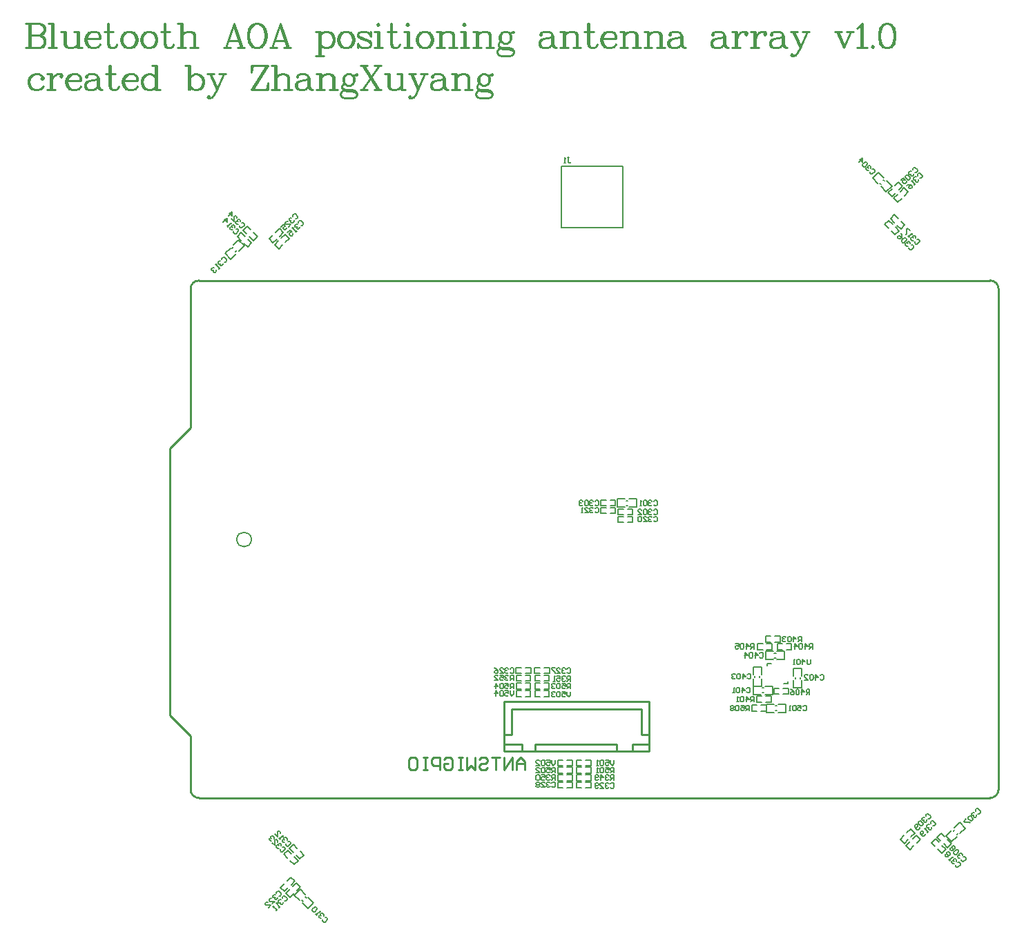
<source format=gbr>
G04*
G04 #@! TF.GenerationSoftware,Altium Limited,Altium Designer,25.0.2 (28)*
G04*
G04 Layer_Color=32896*
%FSLAX24Y24*%
%MOIN*%
G70*
G04*
G04 #@! TF.SameCoordinates,4B7BC283-7035-4C9F-97D5-5998C8FB6373*
G04*
G04*
G04 #@! TF.FilePolarity,Positive*
G04*
G01*
G75*
%ADD10C,0.0059*%
%ADD12C,0.0060*%
%ADD13C,0.0050*%
%ADD79C,0.0100*%
%ADD95C,0.0079*%
D10*
X22790Y39354D02*
G03*
X22790Y39354I-354J0D01*
G01*
X37768Y57377D02*
X40720D01*
Y54424D02*
Y57377D01*
X37768Y54424D02*
X40720D01*
X37768D02*
Y57377D01*
X48493Y32385D02*
X48690D01*
Y32481D01*
X47690Y33251D02*
Y33347D01*
X47886D01*
D12*
X36262Y31765D02*
Y32060D01*
X35573Y31765D02*
Y32060D01*
Y31765D02*
X35819D01*
X36016D02*
X36262D01*
X35573Y32060D02*
X35819D01*
X36016D02*
X36262D01*
X36478Y31765D02*
Y32060D01*
X37167Y31765D02*
Y32060D01*
X36921D02*
X37167D01*
X36478D02*
X36724D01*
X36921Y31765D02*
X37167D01*
X36478D02*
X36724D01*
X38270Y28410D02*
Y28706D01*
X37581Y28410D02*
Y28706D01*
Y28410D02*
X37827D01*
X38024D02*
X38270D01*
X37581Y28706D02*
X37827D01*
X38024D02*
X38270D01*
X38486Y28410D02*
Y28706D01*
X39175Y28410D02*
Y28706D01*
X38929D02*
X39175D01*
X38486D02*
X38732D01*
X38929Y28410D02*
X39175D01*
X38486D02*
X38732D01*
X24141Y54379D02*
X24336Y54184D01*
X23640Y53877D02*
X23835Y53683D01*
X24016Y53864D01*
X24155Y54003D02*
X24336Y54184D01*
X23640Y53877D02*
X23821Y54058D01*
X23960Y54198D02*
X24141Y54379D01*
X22380Y54302D02*
X22575Y54497D01*
X22881Y53801D02*
X23076Y53996D01*
X22895Y54176D02*
X23076Y53996D01*
X22575Y54497D02*
X22756Y54316D01*
X22701Y53982D02*
X22881Y53801D01*
X22380Y54302D02*
X22561Y54121D01*
X24349Y24144D02*
X24544Y24339D01*
X24850Y23643D02*
X25045Y23838D01*
X24864Y24019D02*
X25045Y23838D01*
X24544Y24339D02*
X24725Y24158D01*
X24669Y23824D02*
X24850Y23643D01*
X24349Y24144D02*
X24530Y23963D01*
X24191Y22539D02*
X24386Y22344D01*
X24693Y23040D02*
X24887Y22845D01*
X24512Y22859D02*
X24693Y23040D01*
X24191Y22539D02*
X24372Y22720D01*
X24706Y22664D02*
X24887Y22845D01*
X24386Y22344D02*
X24567Y22525D01*
X39658Y40625D02*
Y40901D01*
X40366Y40625D02*
Y40901D01*
X40110D02*
X40366D01*
X39658D02*
X39913D01*
X40110Y40625D02*
X40366D01*
X39658D02*
X39913D01*
X40484Y40192D02*
Y40468D01*
X41193Y40192D02*
Y40468D01*
X40937D02*
X41193D01*
X40484D02*
X40740D01*
X40937Y40192D02*
X41193D01*
X40484D02*
X40740D01*
X54391Y24567D02*
X54586Y24372D01*
X54892Y25068D02*
X55087Y24874D01*
X54711Y24887D02*
X54892Y25068D01*
X54391Y24567D02*
X54572Y24748D01*
X54906Y24693D02*
X55087Y24874D01*
X54586Y24372D02*
X54767Y24553D01*
X56110Y24194D02*
X56305Y24389D01*
X55609Y24696D02*
X55804Y24890D01*
X55609Y24696D02*
X55790Y24515D01*
X55929Y24375D02*
X56110Y24194D01*
X55804Y24890D02*
X55985Y24709D01*
X56124Y24570D02*
X56305Y24389D01*
X54141Y54352D02*
X54336Y54547D01*
X53640Y54853D02*
X53835Y55048D01*
X53640Y54853D02*
X53821Y54672D01*
X53960Y54533D02*
X54141Y54352D01*
X53835Y55048D02*
X54016Y54867D01*
X54155Y54728D02*
X54336Y54547D01*
X54299Y56347D02*
X54494Y56152D01*
X53798Y55846D02*
X53993Y55651D01*
X54173Y55832D01*
X54313Y55971D02*
X54494Y56152D01*
X53798Y55846D02*
X53979Y56027D01*
X54118Y56166D02*
X54299Y56347D01*
X47659Y30999D02*
Y31393D01*
X48585Y30999D02*
Y31393D01*
X48220D02*
X48585D01*
X47659D02*
X48024D01*
X48220Y30999D02*
X48585D01*
X47659D02*
X48024D01*
X38476Y27357D02*
X38732D01*
X38929D02*
X39185D01*
X38476Y27633D02*
X38732D01*
X38929D02*
X39185D01*
Y27357D02*
Y27633D01*
X38476Y27357D02*
Y27633D01*
X40455Y40920D02*
X40819D01*
X41016D02*
X41380D01*
X40455Y41314D02*
X40819D01*
X41016D02*
X41380D01*
Y40920D02*
Y41314D01*
X40455Y40920D02*
Y41314D01*
X40484Y40546D02*
X40740D01*
X40937D02*
X41193D01*
X40484Y40822D02*
X40740D01*
X40937D02*
X41193D01*
Y40546D02*
Y40822D01*
X40484Y40546D02*
Y40822D01*
X39658Y40979D02*
X39913D01*
X40110D02*
X40366D01*
X39658Y41255D02*
X39913D01*
X40110D02*
X40366D01*
Y40979D02*
Y41255D01*
X39658Y40979D02*
Y41255D01*
X53449Y56699D02*
X53706Y56441D01*
X53052Y57095D02*
X53310Y56838D01*
X53171Y56420D02*
X53428Y56163D01*
X52774Y56817D02*
X53031Y56559D01*
X52774Y56817D02*
X53052Y57095D01*
X53428Y56163D02*
X53706Y56441D01*
X53842Y56442D02*
X54023Y56623D01*
X53522Y56122D02*
X53703Y56303D01*
X54037Y56247D02*
X54218Y56428D01*
X53717Y55927D02*
X53898Y56108D01*
X53522Y56122D02*
X53717Y55927D01*
X54023Y56623D02*
X54218Y56428D01*
X53880Y54452D02*
X54061Y54271D01*
X53559Y54772D02*
X53740Y54591D01*
X53685Y54257D02*
X53866Y54076D01*
X53365Y54577D02*
X53546Y54396D01*
X53365Y54577D02*
X53559Y54772D01*
X53866Y54076D02*
X54061Y54271D01*
X54308Y24667D02*
X54489Y24848D01*
X54628Y24987D02*
X54809Y25168D01*
X54113Y24862D02*
X54294Y25043D01*
X54433Y25182D02*
X54614Y25363D01*
X54809Y25168D01*
X54113Y24862D02*
X54308Y24667D01*
X56317Y25024D02*
X56596Y24745D01*
X56971Y25678D02*
X57250Y25400D01*
X56714Y25420D02*
X56971Y25678D01*
X56317Y25024D02*
X56575Y25281D01*
X56992Y25142D02*
X57250Y25400D01*
X56596Y24745D02*
X56853Y25003D01*
X24624Y24414D02*
X24805Y24233D01*
X24945Y24094D02*
X25126Y23913D01*
X24819Y24609D02*
X25000Y24428D01*
X25139Y24289D02*
X25320Y24108D01*
X25126Y23913D02*
X25320Y24108D01*
X24624Y24414D02*
X24819Y24609D01*
X24662Y22068D02*
X24843Y22249D01*
X24982Y22389D02*
X25163Y22570D01*
X24467Y22263D02*
X24648Y22444D01*
X24787Y22583D02*
X24968Y22764D01*
X25163Y22570D01*
X24467Y22263D02*
X24662Y22068D01*
X24860Y22171D02*
X25139Y22450D01*
X25515Y21517D02*
X25793Y21795D01*
X25536Y22053D02*
X25793Y21795D01*
X25139Y22450D02*
X25396Y22192D01*
X25257Y21775D02*
X25515Y21517D01*
X24860Y22171D02*
X25118Y21914D01*
X24236Y53922D02*
X24417Y54103D01*
X23916Y53602D02*
X24097Y53783D01*
X24431Y53727D02*
X24612Y53908D01*
X24111Y53407D02*
X24292Y53588D01*
X23916Y53602D02*
X24111Y53407D01*
X24417Y54103D02*
X24612Y53908D01*
X22105Y53987D02*
X22286Y53806D01*
X22425Y53667D02*
X22606Y53486D01*
X22300Y54182D02*
X22481Y54001D01*
X22620Y53862D02*
X22801Y53681D01*
X22606Y53486D02*
X22801Y53681D01*
X22105Y53987D02*
X22300Y54182D01*
X22168Y53834D02*
X22447Y53556D01*
X21514Y53180D02*
X21792Y52902D01*
X22050Y53159D01*
X22189Y53298D02*
X22447Y53556D01*
X21514Y53180D02*
X21772Y53438D01*
X21911Y53577D02*
X22168Y53834D01*
X47591Y32259D02*
X47955D01*
X47030D02*
X47394D01*
X47591Y31865D02*
X47955D01*
X47030D02*
X47394D01*
X47030D02*
Y32259D01*
X47955Y31865D02*
Y32259D01*
X49362Y32190D02*
Y32554D01*
Y32751D02*
Y33115D01*
X48969Y32190D02*
Y32554D01*
Y32751D02*
Y33115D01*
X49362D01*
X48969Y32190D02*
X49362D01*
X47020Y32830D02*
Y33194D01*
Y32269D02*
Y32633D01*
X47413Y32830D02*
Y33194D01*
Y32269D02*
Y32633D01*
X47020Y32269D02*
X47413D01*
X47020Y33194D02*
X47413D01*
X47608Y33558D02*
X47972D01*
X48169D02*
X48533D01*
X47608Y33952D02*
X47972D01*
X48169D02*
X48533D01*
Y33558D02*
Y33952D01*
X47608Y33558D02*
Y33952D01*
X47620Y34395D02*
Y34690D01*
X48309Y34395D02*
Y34690D01*
X48063D02*
X48309D01*
X47620D02*
X47866D01*
X48063Y34395D02*
X48309D01*
X47620D02*
X47866D01*
X48860Y34040D02*
Y34336D01*
X48171Y34040D02*
Y34336D01*
Y34040D02*
X48417D01*
X48614D02*
X48860D01*
X48171Y34336D02*
X48417D01*
X48614D02*
X48860D01*
X47876Y31481D02*
Y31777D01*
X47187Y31481D02*
Y31777D01*
Y31481D02*
X47433D01*
X47630D02*
X47876D01*
X47187Y31777D02*
X47433D01*
X47630D02*
X47876D01*
X47226Y34040D02*
Y34336D01*
X47915Y34040D02*
Y34336D01*
X47669D02*
X47915D01*
X47226D02*
X47472D01*
X47669Y34040D02*
X47915D01*
X47226D02*
X47472D01*
X48703Y31875D02*
Y32170D01*
X48014Y31875D02*
Y32170D01*
Y31875D02*
X48260D01*
X48457D02*
X48703D01*
X48014Y32170D02*
X48260D01*
X48457D02*
X48703D01*
X39175Y28056D02*
Y28351D01*
X38486Y28056D02*
Y28351D01*
Y28056D02*
X38732D01*
X38929D02*
X39175D01*
X38486Y28351D02*
X38732D01*
X38929D02*
X39175D01*
X37581Y28056D02*
Y28351D01*
X38270Y28056D02*
Y28351D01*
X38024D02*
X38270D01*
X37581D02*
X37827D01*
X38024Y28056D02*
X38270D01*
X37581D02*
X37827D01*
X37167Y32119D02*
Y32414D01*
X36478Y32119D02*
Y32414D01*
Y32119D02*
X36724D01*
X36921D02*
X37167D01*
X36478Y32414D02*
X36724D01*
X36921D02*
X37167D01*
X35573Y32119D02*
Y32414D01*
X36262Y32119D02*
Y32414D01*
X36016D02*
X36262D01*
X35573D02*
X35819D01*
X36016Y32119D02*
X36262D01*
X35573D02*
X35819D01*
X56399Y24846D02*
X56580Y24665D01*
X56079Y25166D02*
X56260Y24985D01*
X56204Y24651D02*
X56385Y24470D01*
X55884Y24971D02*
X56065Y24790D01*
X55884Y24971D02*
X56079Y25166D01*
X56385Y24470D02*
X56580Y24665D01*
X36016Y33153D02*
X36272D01*
X35563D02*
X35819D01*
X36016Y32877D02*
X36272D01*
X35563D02*
X35819D01*
X35563D02*
Y33153D01*
X36272Y32877D02*
Y33153D01*
X36469Y32877D02*
X36724D01*
X36921D02*
X37177D01*
X36469Y33153D02*
X36724D01*
X36921D02*
X37177D01*
Y32877D02*
Y33153D01*
X36469Y32877D02*
Y33153D01*
X38024Y27633D02*
X38280D01*
X37571D02*
X37827D01*
X38024Y27357D02*
X38280D01*
X37571D02*
X37827D01*
X37571D02*
Y27633D01*
X38280Y27357D02*
Y27633D01*
X38486Y27702D02*
X38732D01*
X38929D02*
X39175D01*
X38486Y27997D02*
X38732D01*
X38929D02*
X39175D01*
Y27702D02*
Y27997D01*
X38486Y27702D02*
Y27997D01*
X38024D02*
X38270D01*
X37581D02*
X37827D01*
X38024Y27702D02*
X38270D01*
X37581D02*
X37827D01*
X37581D02*
Y27997D01*
X38270Y27702D02*
Y27997D01*
X36478Y32513D02*
X36724D01*
X36921D02*
X37167D01*
X36478Y32808D02*
X36724D01*
X36921D02*
X37167D01*
Y32513D02*
Y32808D01*
X36478Y32513D02*
Y32808D01*
X36016D02*
X36262D01*
X35573D02*
X35819D01*
X36016Y32513D02*
X36262D01*
X35573D02*
X35819D01*
X35573D02*
Y32808D01*
X36262Y32513D02*
Y32808D01*
X46951Y31048D02*
Y31344D01*
X47640Y31048D02*
Y31344D01*
X47394D02*
X47640D01*
X46951D02*
X47197D01*
X47394Y31048D02*
X47640D01*
X46951D02*
X47197D01*
D13*
X38045Y57816D02*
X38129D01*
X38087D01*
Y57608D01*
X38129Y57566D01*
X38170D01*
X38212Y57608D01*
X37962Y57566D02*
X37879D01*
X37920D01*
Y57816D01*
X37962Y57774D01*
X46823Y31078D02*
Y31328D01*
X46698D01*
X46656Y31286D01*
Y31203D01*
X46698Y31161D01*
X46823D01*
X46740D02*
X46656Y31078D01*
X46406Y31328D02*
X46573D01*
Y31203D01*
X46490Y31244D01*
X46448D01*
X46406Y31203D01*
Y31119D01*
X46448Y31078D01*
X46531D01*
X46573Y31119D01*
X46323Y31286D02*
X46281Y31328D01*
X46198D01*
X46156Y31286D01*
Y31119D01*
X46198Y31078D01*
X46281D01*
X46323Y31119D01*
Y31286D01*
X46073D02*
X46031Y31328D01*
X45948D01*
X45906Y31286D01*
Y31244D01*
X45948Y31203D01*
X45906Y31161D01*
Y31119D01*
X45948Y31078D01*
X46031D01*
X46073Y31119D01*
Y31161D01*
X46031Y31203D01*
X46073Y31244D01*
Y31286D01*
X46031Y31203D02*
X45948D01*
X35445Y32542D02*
Y32792D01*
X35320D01*
X35278Y32751D01*
Y32667D01*
X35320Y32626D01*
X35445D01*
X35362D02*
X35278Y32542D01*
X35195Y32751D02*
X35153Y32792D01*
X35070D01*
X35028Y32751D01*
Y32709D01*
X35070Y32667D01*
X35112D01*
X35070D01*
X35028Y32626D01*
Y32584D01*
X35070Y32542D01*
X35153D01*
X35195Y32584D01*
X34778Y32792D02*
X34945D01*
Y32667D01*
X34862Y32709D01*
X34820D01*
X34778Y32667D01*
Y32584D01*
X34820Y32542D01*
X34903D01*
X34945Y32584D01*
X34529Y32542D02*
X34695D01*
X34529Y32709D01*
Y32751D01*
X34570Y32792D01*
X34653D01*
X34695Y32751D01*
X38201Y32503D02*
Y32753D01*
X38076D01*
X38034Y32711D01*
Y32628D01*
X38076Y32586D01*
X38201D01*
X38117D02*
X38034Y32503D01*
X37951Y32711D02*
X37909Y32753D01*
X37826D01*
X37784Y32711D01*
Y32670D01*
X37826Y32628D01*
X37868D01*
X37826D01*
X37784Y32586D01*
Y32545D01*
X37826Y32503D01*
X37909D01*
X37951Y32545D01*
X37534Y32753D02*
X37701D01*
Y32628D01*
X37618Y32670D01*
X37576D01*
X37534Y32628D01*
Y32545D01*
X37576Y32503D01*
X37659D01*
X37701Y32545D01*
X37451Y32503D02*
X37368D01*
X37409D01*
Y32753D01*
X37451Y32711D01*
X37453Y27731D02*
Y27981D01*
X37328D01*
X37286Y27940D01*
Y27856D01*
X37328Y27815D01*
X37453D01*
X37369D02*
X37286Y27731D01*
X37203Y27940D02*
X37161Y27981D01*
X37078D01*
X37036Y27940D01*
Y27898D01*
X37078Y27856D01*
X37120D01*
X37078D01*
X37036Y27815D01*
Y27773D01*
X37078Y27731D01*
X37161D01*
X37203Y27773D01*
X36786Y27981D02*
X36953D01*
Y27856D01*
X36870Y27898D01*
X36828D01*
X36786Y27856D01*
Y27773D01*
X36828Y27731D01*
X36911D01*
X36953Y27773D01*
X36703Y27940D02*
X36661Y27981D01*
X36578D01*
X36536Y27940D01*
Y27773D01*
X36578Y27731D01*
X36661D01*
X36703Y27773D01*
Y27940D01*
X40287Y27731D02*
Y27981D01*
X40162D01*
X40121Y27940D01*
Y27856D01*
X40162Y27815D01*
X40287D01*
X40204D02*
X40121Y27731D01*
X40037Y27940D02*
X39996Y27981D01*
X39913D01*
X39871Y27940D01*
Y27898D01*
X39913Y27856D01*
X39954D01*
X39913D01*
X39871Y27815D01*
Y27773D01*
X39913Y27731D01*
X39996D01*
X40037Y27773D01*
X39663Y27731D02*
Y27981D01*
X39788Y27856D01*
X39621D01*
X39538Y27773D02*
X39496Y27731D01*
X39413D01*
X39371Y27773D01*
Y27940D01*
X39413Y27981D01*
X39496D01*
X39538Y27940D01*
Y27898D01*
X39496Y27856D01*
X39371D01*
X40125Y27546D02*
X40167Y27588D01*
X40250D01*
X40292Y27546D01*
Y27379D01*
X40250Y27338D01*
X40167D01*
X40125Y27379D01*
X40042Y27546D02*
X40000Y27588D01*
X39917D01*
X39875Y27546D01*
Y27504D01*
X39917Y27463D01*
X39959D01*
X39917D01*
X39875Y27421D01*
Y27379D01*
X39917Y27338D01*
X40000D01*
X40042Y27379D01*
X39626Y27338D02*
X39792D01*
X39626Y27504D01*
Y27546D01*
X39667Y27588D01*
X39750D01*
X39792Y27546D01*
X39542Y27379D02*
X39501Y27338D01*
X39417D01*
X39376Y27379D01*
Y27546D01*
X39417Y27588D01*
X39501D01*
X39542Y27546D01*
Y27504D01*
X39501Y27463D01*
X39376D01*
X37286Y27585D02*
X37328Y27627D01*
X37411D01*
X37453Y27585D01*
Y27419D01*
X37411Y27377D01*
X37328D01*
X37286Y27419D01*
X37203Y27585D02*
X37161Y27627D01*
X37078D01*
X37036Y27585D01*
Y27544D01*
X37078Y27502D01*
X37120D01*
X37078D01*
X37036Y27460D01*
Y27419D01*
X37078Y27377D01*
X37161D01*
X37203Y27419D01*
X36786Y27377D02*
X36953D01*
X36786Y27544D01*
Y27585D01*
X36828Y27627D01*
X36911D01*
X36953Y27585D01*
X36703D02*
X36661Y27627D01*
X36578D01*
X36536Y27585D01*
Y27544D01*
X36578Y27502D01*
X36536Y27460D01*
Y27419D01*
X36578Y27377D01*
X36661D01*
X36703Y27419D01*
Y27460D01*
X36661Y27502D01*
X36703Y27544D01*
Y27585D01*
X36661Y27502D02*
X36578D01*
X38034Y33105D02*
X38076Y33147D01*
X38159D01*
X38201Y33105D01*
Y32938D01*
X38159Y32897D01*
X38076D01*
X38034Y32938D01*
X37951Y33105D02*
X37909Y33147D01*
X37826D01*
X37784Y33105D01*
Y33063D01*
X37826Y33022D01*
X37868D01*
X37826D01*
X37784Y32980D01*
Y32938D01*
X37826Y32897D01*
X37909D01*
X37951Y32938D01*
X37534Y32897D02*
X37701D01*
X37534Y33063D01*
Y33105D01*
X37576Y33147D01*
X37659D01*
X37701Y33105D01*
X37451Y33147D02*
X37284D01*
Y33105D01*
X37451Y32938D01*
Y32897D01*
X35278Y33105D02*
X35320Y33147D01*
X35403D01*
X35445Y33105D01*
Y32938D01*
X35403Y32897D01*
X35320D01*
X35278Y32938D01*
X35195Y33105D02*
X35153Y33147D01*
X35070D01*
X35028Y33105D01*
Y33063D01*
X35070Y33022D01*
X35112D01*
X35070D01*
X35028Y32980D01*
Y32938D01*
X35070Y32897D01*
X35153D01*
X35195Y32938D01*
X34778Y32897D02*
X34945D01*
X34778Y33063D01*
Y33105D01*
X34820Y33147D01*
X34903D01*
X34945Y33105D01*
X34529Y33147D02*
X34612Y33105D01*
X34695Y33022D01*
Y32938D01*
X34653Y32897D01*
X34570D01*
X34529Y32938D01*
Y32980D01*
X34570Y33022D01*
X34695D01*
X57167Y24020D02*
X57226D01*
X57285Y23961D01*
Y23902D01*
X57167Y23784D01*
X57108D01*
X57049Y23843D01*
Y23902D01*
X57108Y24079D02*
Y24138D01*
X57049Y24197D01*
X56991D01*
X56961Y24167D01*
Y24108D01*
X56991Y24079D01*
X56961Y24108D01*
X56902Y24108D01*
X56873Y24079D01*
Y24020D01*
X56932Y23961D01*
X56991D01*
X56932Y24256D02*
Y24315D01*
X56873Y24374D01*
X56814D01*
X56696Y24256D01*
Y24197D01*
X56755Y24138D01*
X56814D01*
X56932Y24256D01*
X56755Y24432D02*
Y24491D01*
X56696Y24550D01*
X56637D01*
X56608Y24521D01*
Y24462D01*
X56549D01*
X56519Y24432D01*
Y24374D01*
X56578Y24315D01*
X56637D01*
X56667Y24344D01*
X56667Y24403D01*
X56725D01*
X56755Y24432D01*
X56667Y24403D02*
X56608Y24462D01*
X35445Y32149D02*
Y32399D01*
X35320D01*
X35278Y32357D01*
Y32274D01*
X35320Y32232D01*
X35445D01*
X35362D02*
X35278Y32149D01*
X35028Y32399D02*
X35195D01*
Y32274D01*
X35112Y32315D01*
X35070D01*
X35028Y32274D01*
Y32190D01*
X35070Y32149D01*
X35153D01*
X35195Y32190D01*
X34945Y32357D02*
X34903Y32399D01*
X34820D01*
X34778Y32357D01*
Y32190D01*
X34820Y32149D01*
X34903D01*
X34945Y32190D01*
Y32357D01*
X34570Y32149D02*
Y32399D01*
X34695Y32274D01*
X34529D01*
X38201Y32149D02*
Y32399D01*
X38076D01*
X38034Y32357D01*
Y32274D01*
X38076Y32232D01*
X38201D01*
X38117D02*
X38034Y32149D01*
X37784Y32399D02*
X37951D01*
Y32274D01*
X37868Y32315D01*
X37826D01*
X37784Y32274D01*
Y32190D01*
X37826Y32149D01*
X37909D01*
X37951Y32190D01*
X37701Y32357D02*
X37659Y32399D01*
X37576D01*
X37534Y32357D01*
Y32190D01*
X37576Y32149D01*
X37659D01*
X37701Y32190D01*
Y32357D01*
X37451D02*
X37409Y32399D01*
X37326D01*
X37284Y32357D01*
Y32315D01*
X37326Y32274D01*
X37368D01*
X37326D01*
X37284Y32232D01*
Y32190D01*
X37326Y32149D01*
X37409D01*
X37451Y32190D01*
X37453Y28086D02*
Y28336D01*
X37328D01*
X37286Y28294D01*
Y28211D01*
X37328Y28169D01*
X37453D01*
X37369D02*
X37286Y28086D01*
X37036Y28336D02*
X37203D01*
Y28211D01*
X37120Y28252D01*
X37078D01*
X37036Y28211D01*
Y28127D01*
X37078Y28086D01*
X37161D01*
X37203Y28127D01*
X36953Y28294D02*
X36911Y28336D01*
X36828D01*
X36786Y28294D01*
Y28127D01*
X36828Y28086D01*
X36911D01*
X36953Y28127D01*
Y28294D01*
X36536Y28086D02*
X36703D01*
X36536Y28252D01*
Y28294D01*
X36578Y28336D01*
X36661D01*
X36703Y28294D01*
X40287Y28086D02*
Y28336D01*
X40162D01*
X40121Y28294D01*
Y28211D01*
X40162Y28169D01*
X40287D01*
X40204D02*
X40121Y28086D01*
X39871Y28336D02*
X40037D01*
Y28211D01*
X39954Y28252D01*
X39913D01*
X39871Y28211D01*
Y28127D01*
X39913Y28086D01*
X39996D01*
X40037Y28127D01*
X39788Y28294D02*
X39746Y28336D01*
X39663D01*
X39621Y28294D01*
Y28127D01*
X39663Y28086D01*
X39746D01*
X39788Y28127D01*
Y28294D01*
X39538Y28086D02*
X39454D01*
X39496D01*
Y28336D01*
X39538Y28294D01*
X49736Y31865D02*
Y32115D01*
X49611D01*
X49570Y32074D01*
Y31990D01*
X49611Y31949D01*
X49736D01*
X49653D02*
X49570Y31865D01*
X49361D02*
Y32115D01*
X49486Y31990D01*
X49320D01*
X49236Y32074D02*
X49195Y32115D01*
X49111D01*
X49070Y32074D01*
Y31907D01*
X49111Y31865D01*
X49195D01*
X49236Y31907D01*
Y32074D01*
X48820Y32115D02*
X48903Y32074D01*
X48986Y31990D01*
Y31907D01*
X48945Y31865D01*
X48861D01*
X48820Y31907D01*
Y31949D01*
X48861Y31990D01*
X48986D01*
X47059Y34070D02*
Y34320D01*
X46934D01*
X46892Y34278D01*
Y34195D01*
X46934Y34153D01*
X47059D01*
X46976D02*
X46892Y34070D01*
X46684D02*
Y34320D01*
X46809Y34195D01*
X46643D01*
X46559Y34278D02*
X46518Y34320D01*
X46434D01*
X46393Y34278D01*
Y34112D01*
X46434Y34070D01*
X46518D01*
X46559Y34112D01*
Y34278D01*
X46143Y34320D02*
X46309D01*
Y34195D01*
X46226Y34237D01*
X46184D01*
X46143Y34195D01*
Y34112D01*
X46184Y34070D01*
X46268D01*
X46309Y34112D01*
X47059Y31511D02*
Y31761D01*
X46934D01*
X46892Y31719D01*
Y31636D01*
X46934Y31594D01*
X47059D01*
X46976D02*
X46892Y31511D01*
X46684D02*
Y31761D01*
X46809Y31636D01*
X46643D01*
X46559Y31719D02*
X46518Y31761D01*
X46434D01*
X46393Y31719D01*
Y31553D01*
X46434Y31511D01*
X46518D01*
X46559Y31553D01*
Y31719D01*
X46309Y31511D02*
X46226D01*
X46268D01*
Y31761D01*
X46309Y31719D01*
X24786Y54966D02*
Y55024D01*
X24845Y55083D01*
X24904D01*
X25022Y54966D01*
Y54907D01*
X24963Y54848D01*
X24904D01*
X24727Y54907D02*
X24668D01*
X24609Y54848D01*
Y54789D01*
X24639Y54759D01*
X24698D01*
X24727Y54789D01*
X24698Y54759D01*
X24698Y54700D01*
X24727Y54671D01*
X24786D01*
X24845Y54730D01*
Y54789D01*
X24580Y54465D02*
X24698Y54583D01*
X24462D01*
X24433Y54612D01*
Y54671D01*
X24492Y54730D01*
X24550D01*
X24226Y54465D02*
X24344Y54583D01*
X24433Y54494D01*
X24344Y54465D01*
X24315Y54435D01*
Y54376D01*
X24374Y54318D01*
X24433D01*
X24492Y54376D01*
Y54435D01*
X22325Y54650D02*
X22384D01*
X22443Y54591D01*
Y54532D01*
X22325Y54414D01*
X22266D01*
X22207Y54473D01*
Y54532D01*
X22266Y54709D02*
Y54768D01*
X22207Y54827D01*
X22148D01*
X22119Y54797D01*
Y54738D01*
X22148Y54709D01*
X22119Y54738D01*
X22060Y54738D01*
X22030Y54709D01*
Y54650D01*
X22089Y54591D01*
X22148D01*
X21824Y54856D02*
X21942Y54738D01*
Y54974D01*
X21971Y55003D01*
X22030D01*
X22089Y54945D01*
Y54886D01*
X21677Y55003D02*
X21853Y55180D01*
X21853Y55003D01*
X21736Y55121D01*
X24293Y24493D02*
X24352D01*
X24411Y24434D01*
Y24375D01*
X24293Y24257D01*
X24234D01*
X24175Y24316D01*
Y24375D01*
X24234Y24551D02*
Y24610D01*
X24175Y24669D01*
X24117D01*
X24087Y24640D01*
Y24581D01*
X24117Y24551D01*
X24087Y24581D01*
X24028Y24581D01*
X23999Y24551D01*
Y24493D01*
X24058Y24434D01*
X24117D01*
X23793Y24699D02*
X23910Y24581D01*
Y24817D01*
X23940Y24846D01*
X23999D01*
X24058Y24787D01*
Y24728D01*
X23881Y24905D02*
Y24964D01*
X23822Y25023D01*
X23763D01*
X23734Y24993D01*
Y24934D01*
X23763Y24905D01*
X23734Y24934D01*
X23675D01*
X23645Y24905D01*
Y24846D01*
X23704Y24787D01*
X23763D01*
X23999Y22249D02*
Y22308D01*
X24058Y22367D01*
X24117D01*
X24234Y22249D01*
Y22190D01*
X24175Y22131D01*
X24117D01*
X23940Y22190D02*
X23881D01*
X23822Y22131D01*
Y22072D01*
X23851Y22043D01*
X23910D01*
X23940Y22072D01*
X23910Y22043D01*
X23910Y21984D01*
X23940Y21954D01*
X23999D01*
X24058Y22013D01*
Y22072D01*
X23793Y21748D02*
X23910Y21866D01*
X23675D01*
X23645Y21896D01*
Y21954D01*
X23704Y22013D01*
X23763D01*
X23616Y21572D02*
X23734Y21689D01*
X23498D01*
X23469Y21719D01*
Y21778D01*
X23527Y21837D01*
X23586D01*
X39373Y40853D02*
X39414Y40895D01*
X39498D01*
X39539Y40853D01*
Y40686D01*
X39498Y40645D01*
X39414D01*
X39373Y40686D01*
X39289Y40853D02*
X39248Y40895D01*
X39164D01*
X39123Y40853D01*
Y40811D01*
X39164Y40770D01*
X39206D01*
X39164D01*
X39123Y40728D01*
Y40686D01*
X39164Y40645D01*
X39248D01*
X39289Y40686D01*
X38873Y40645D02*
X39040D01*
X38873Y40811D01*
Y40853D01*
X38915Y40895D01*
X38998D01*
X39040Y40853D01*
X38790Y40645D02*
X38706D01*
X38748D01*
Y40895D01*
X38790Y40853D01*
X42207Y40420D02*
X42249Y40462D01*
X42332D01*
X42374Y40420D01*
Y40253D01*
X42332Y40212D01*
X42249D01*
X42207Y40253D01*
X42124Y40420D02*
X42082Y40462D01*
X41999D01*
X41957Y40420D01*
Y40378D01*
X41999Y40337D01*
X42041D01*
X41999D01*
X41957Y40295D01*
Y40253D01*
X41999Y40212D01*
X42082D01*
X42124Y40253D01*
X41708Y40212D02*
X41874D01*
X41708Y40378D01*
Y40420D01*
X41749Y40462D01*
X41833D01*
X41874Y40420D01*
X41624D02*
X41583Y40462D01*
X41499D01*
X41458Y40420D01*
Y40253D01*
X41499Y40212D01*
X41583D01*
X41624Y40253D01*
Y40420D01*
X55574Y25635D02*
Y25694D01*
X55632Y25753D01*
X55691D01*
X55809Y25635D01*
Y25576D01*
X55750Y25517D01*
X55691D01*
X55515Y25576D02*
X55456D01*
X55397Y25517D01*
Y25458D01*
X55426Y25429D01*
X55485D01*
X55515Y25458D01*
X55485Y25429D01*
X55485Y25370D01*
X55515Y25340D01*
X55574D01*
X55632Y25399D01*
Y25458D01*
X55485Y25252D02*
X55426Y25193D01*
X55456Y25222D01*
X55279Y25399D01*
X55338D01*
X55308Y25134D02*
Y25075D01*
X55250Y25016D01*
X55191D01*
X55073Y25134D01*
Y25193D01*
X55132Y25252D01*
X55191D01*
X55220Y25222D01*
Y25164D01*
X55132Y25075D01*
X56892Y23744D02*
X56951D01*
X57009Y23686D01*
Y23627D01*
X56892Y23509D01*
X56833D01*
X56774Y23568D01*
Y23627D01*
X56833Y23803D02*
Y23862D01*
X56774Y23921D01*
X56715D01*
X56685Y23892D01*
Y23833D01*
X56715Y23803D01*
X56685Y23833D01*
X56627Y23833D01*
X56597Y23803D01*
Y23744D01*
X56656Y23686D01*
X56715D01*
X56509Y23833D02*
X56450Y23892D01*
X56479Y23862D01*
X56656Y24039D01*
Y23980D01*
X56509Y24127D02*
Y24186D01*
X56450Y24245D01*
X56391D01*
X56361Y24216D01*
Y24157D01*
X56303D01*
X56273Y24127D01*
Y24068D01*
X56332Y24010D01*
X56391D01*
X56420Y24039D01*
X56420Y24098D01*
X56479D01*
X56509Y24127D01*
X56420Y24098D02*
X56361Y24157D01*
X54923Y53863D02*
X54982D01*
X55041Y53804D01*
Y53745D01*
X54923Y53627D01*
X54864D01*
X54805Y53686D01*
Y53745D01*
X54864Y53921D02*
Y53980D01*
X54805Y54039D01*
X54746D01*
X54717Y54010D01*
Y53951D01*
X54746Y53921D01*
X54717Y53951D01*
X54658Y53951D01*
X54629Y53921D01*
Y53863D01*
X54688Y53804D01*
X54746D01*
X54540Y53951D02*
X54481Y54010D01*
X54511Y53980D01*
X54688Y54157D01*
Y54098D01*
X54570Y54275D02*
X54452Y54393D01*
X54422Y54363D01*
Y54128D01*
X54393Y54098D01*
X54944Y56934D02*
Y56993D01*
X55002Y57052D01*
X55061D01*
X55179Y56934D01*
Y56875D01*
X55120Y56816D01*
X55061D01*
X54885Y56875D02*
X54826D01*
X54767Y56816D01*
Y56757D01*
X54796Y56728D01*
X54855D01*
X54885Y56757D01*
X54855Y56728D01*
X54855Y56669D01*
X54885Y56640D01*
X54944D01*
X55002Y56698D01*
Y56757D01*
X54855Y56551D02*
X54796Y56492D01*
X54826Y56522D01*
X54649Y56698D01*
X54708D01*
X54413Y56463D02*
X54502Y56492D01*
X54620D01*
X54679Y56433D01*
Y56374D01*
X54620Y56316D01*
X54561D01*
X54531Y56345D01*
Y56404D01*
X54620Y56492D01*
X49412Y31286D02*
X49454Y31328D01*
X49537D01*
X49579Y31286D01*
Y31119D01*
X49537Y31078D01*
X49454D01*
X49412Y31119D01*
X49162Y31328D02*
X49329D01*
Y31203D01*
X49246Y31244D01*
X49204D01*
X49162Y31203D01*
Y31119D01*
X49204Y31078D01*
X49287D01*
X49329Y31119D01*
X49079Y31286D02*
X49037Y31328D01*
X48954D01*
X48912Y31286D01*
Y31119D01*
X48954Y31078D01*
X49037D01*
X49079Y31119D01*
Y31286D01*
X48829Y31078D02*
X48746D01*
X48787D01*
Y31328D01*
X48829Y31286D01*
X35445Y32044D02*
Y31878D01*
X35362Y31794D01*
X35278Y31878D01*
Y32044D01*
X35028D02*
X35195D01*
Y31919D01*
X35112Y31961D01*
X35070D01*
X35028Y31919D01*
Y31836D01*
X35070Y31794D01*
X35153D01*
X35195Y31836D01*
X34945Y32003D02*
X34903Y32044D01*
X34820D01*
X34778Y32003D01*
Y31836D01*
X34820Y31794D01*
X34903D01*
X34945Y31836D01*
Y32003D01*
X34570Y31794D02*
Y32044D01*
X34695Y31919D01*
X34529D01*
X38201Y32005D02*
Y31838D01*
X38117Y31755D01*
X38034Y31838D01*
Y32005D01*
X37784D02*
X37951D01*
Y31880D01*
X37868Y31922D01*
X37826D01*
X37784Y31880D01*
Y31797D01*
X37826Y31755D01*
X37909D01*
X37951Y31797D01*
X37701Y31963D02*
X37659Y32005D01*
X37576D01*
X37534Y31963D01*
Y31797D01*
X37576Y31755D01*
X37659D01*
X37701Y31797D01*
Y31963D01*
X37451D02*
X37409Y32005D01*
X37326D01*
X37284Y31963D01*
Y31922D01*
X37326Y31880D01*
X37368D01*
X37326D01*
X37284Y31838D01*
Y31797D01*
X37326Y31755D01*
X37409D01*
X37451Y31797D01*
X37453Y28690D02*
Y28523D01*
X37369Y28440D01*
X37286Y28523D01*
Y28690D01*
X37036D02*
X37203D01*
Y28565D01*
X37120Y28607D01*
X37078D01*
X37036Y28565D01*
Y28482D01*
X37078Y28440D01*
X37161D01*
X37203Y28482D01*
X36953Y28648D02*
X36911Y28690D01*
X36828D01*
X36786Y28648D01*
Y28482D01*
X36828Y28440D01*
X36911D01*
X36953Y28482D01*
Y28648D01*
X36536Y28440D02*
X36703D01*
X36536Y28607D01*
Y28648D01*
X36578Y28690D01*
X36661D01*
X36703Y28648D01*
X40287Y28690D02*
Y28523D01*
X40204Y28440D01*
X40121Y28523D01*
Y28690D01*
X39871D02*
X40037D01*
Y28565D01*
X39954Y28607D01*
X39913D01*
X39871Y28565D01*
Y28482D01*
X39913Y28440D01*
X39996D01*
X40037Y28482D01*
X39788Y28648D02*
X39746Y28690D01*
X39663D01*
X39621Y28648D01*
Y28482D01*
X39663Y28440D01*
X39746D01*
X39788Y28482D01*
Y28648D01*
X39538Y28440D02*
X39454D01*
X39496D01*
Y28690D01*
X39538Y28648D01*
X49776Y33572D02*
Y33364D01*
X49734Y33322D01*
X49651D01*
X49609Y33364D01*
Y33572D01*
X49401Y33322D02*
Y33572D01*
X49526Y33447D01*
X49359D01*
X49276Y33530D02*
X49234Y33572D01*
X49151D01*
X49109Y33530D01*
Y33364D01*
X49151Y33322D01*
X49234D01*
X49276Y33364D01*
Y33530D01*
X49026Y33322D02*
X48943D01*
X48984D01*
Y33572D01*
X49026Y33530D01*
X49894Y34070D02*
Y34320D01*
X49769D01*
X49727Y34278D01*
Y34195D01*
X49769Y34153D01*
X49894D01*
X49810D02*
X49727Y34070D01*
X49519D02*
Y34320D01*
X49644Y34195D01*
X49477D01*
X49394Y34278D02*
X49352Y34320D01*
X49269D01*
X49227Y34278D01*
Y34112D01*
X49269Y34070D01*
X49352D01*
X49394Y34112D01*
Y34278D01*
X49019Y34070D02*
Y34320D01*
X49144Y34195D01*
X48977D01*
X49343Y34424D02*
Y34674D01*
X49218D01*
X49176Y34633D01*
Y34549D01*
X49218Y34508D01*
X49343D01*
X49259D02*
X49176Y34424D01*
X48968D02*
Y34674D01*
X49093Y34549D01*
X48926D01*
X48843Y34633D02*
X48801Y34674D01*
X48718D01*
X48676Y34633D01*
Y34466D01*
X48718Y34424D01*
X48801D01*
X48843Y34466D01*
Y34633D01*
X48593D02*
X48551Y34674D01*
X48468D01*
X48426Y34633D01*
Y34591D01*
X48468Y34549D01*
X48509D01*
X48468D01*
X48426Y34508D01*
Y34466D01*
X48468Y34424D01*
X48551D01*
X48593Y34466D01*
X47326Y33845D02*
X47367Y33887D01*
X47450D01*
X47492Y33845D01*
Y33679D01*
X47450Y33637D01*
X47367D01*
X47326Y33679D01*
X47117Y33637D02*
Y33887D01*
X47242Y33762D01*
X47076D01*
X46992Y33845D02*
X46951Y33887D01*
X46867D01*
X46826Y33845D01*
Y33679D01*
X46867Y33637D01*
X46951D01*
X46992Y33679D01*
Y33845D01*
X46617Y33637D02*
Y33887D01*
X46742Y33762D01*
X46576D01*
X46735Y32822D02*
X46777Y32863D01*
X46860D01*
X46902Y32822D01*
Y32655D01*
X46860Y32613D01*
X46777D01*
X46735Y32655D01*
X46527Y32613D02*
Y32863D01*
X46652Y32738D01*
X46485D01*
X46402Y32822D02*
X46360Y32863D01*
X46277D01*
X46235Y32822D01*
Y32655D01*
X46277Y32613D01*
X46360D01*
X46402Y32655D01*
Y32822D01*
X46152D02*
X46110Y32863D01*
X46027D01*
X45985Y32822D01*
Y32780D01*
X46027Y32738D01*
X46069D01*
X46027D01*
X45985Y32697D01*
Y32655D01*
X46027Y32613D01*
X46110D01*
X46152Y32655D01*
X50239Y32782D02*
X50281Y32824D01*
X50364D01*
X50406Y32782D01*
Y32616D01*
X50364Y32574D01*
X50281D01*
X50239Y32616D01*
X50031Y32574D02*
Y32824D01*
X50156Y32699D01*
X49989D01*
X49906Y32782D02*
X49864Y32824D01*
X49781D01*
X49739Y32782D01*
Y32616D01*
X49781Y32574D01*
X49864D01*
X49906Y32616D01*
Y32782D01*
X49489Y32574D02*
X49656D01*
X49489Y32740D01*
Y32782D01*
X49531Y32824D01*
X49614D01*
X49656Y32782D01*
X46696Y32152D02*
X46737Y32194D01*
X46821D01*
X46862Y32152D01*
Y31986D01*
X46821Y31944D01*
X46737D01*
X46696Y31986D01*
X46487Y31944D02*
Y32194D01*
X46612Y32069D01*
X46446D01*
X46362Y32152D02*
X46321Y32194D01*
X46237D01*
X46196Y32152D01*
Y31986D01*
X46237Y31944D01*
X46321D01*
X46362Y31986D01*
Y32152D01*
X46112Y31944D02*
X46029D01*
X46071D01*
Y32194D01*
X46112Y32152D01*
X21361Y52879D02*
Y52938D01*
X21420Y52997D01*
X21479D01*
X21597Y52879D01*
Y52820D01*
X21538Y52761D01*
X21479D01*
X21302Y52820D02*
X21243D01*
X21184Y52761D01*
Y52702D01*
X21214Y52673D01*
X21273D01*
X21302Y52702D01*
X21273Y52673D01*
X21273Y52614D01*
X21302Y52584D01*
X21361D01*
X21420Y52643D01*
Y52702D01*
X21273Y52496D02*
X21214Y52437D01*
X21243Y52467D01*
X21066Y52643D01*
X21125D01*
X20978Y52496D02*
X20919D01*
X20860Y52437D01*
Y52378D01*
X20890Y52349D01*
X20949D01*
X20978Y52378D01*
X20949Y52349D01*
Y52290D01*
X20978Y52260D01*
X21037D01*
X21096Y52319D01*
Y52378D01*
X22049Y54374D02*
X22108D01*
X22167Y54316D01*
Y54257D01*
X22049Y54139D01*
X21990D01*
X21931Y54198D01*
Y54257D01*
X21990Y54433D02*
Y54492D01*
X21931Y54551D01*
X21872D01*
X21843Y54522D01*
Y54463D01*
X21872Y54433D01*
X21843Y54463D01*
X21784Y54463D01*
X21755Y54433D01*
Y54374D01*
X21814Y54316D01*
X21872D01*
X21666Y54463D02*
X21607Y54522D01*
X21637Y54492D01*
X21814Y54669D01*
Y54610D01*
X21431Y54698D02*
X21607Y54875D01*
X21607Y54698D01*
X21490Y54816D01*
X25062Y54651D02*
Y54709D01*
X25121Y54768D01*
X25180D01*
X25297Y54651D01*
Y54592D01*
X25238Y54533D01*
X25180D01*
X25003Y54592D02*
X24944D01*
X24885Y54533D01*
Y54474D01*
X24914Y54444D01*
X24973D01*
X25003Y54474D01*
X24973Y54444D01*
X24973Y54386D01*
X25003Y54356D01*
X25062D01*
X25121Y54415D01*
Y54474D01*
X24973Y54268D02*
X24914Y54209D01*
X24944Y54238D01*
X24767Y54415D01*
X24826D01*
X24532Y54179D02*
X24649Y54297D01*
X24738Y54209D01*
X24649Y54179D01*
X24620Y54150D01*
Y54091D01*
X24679Y54032D01*
X24738D01*
X24797Y54091D01*
Y54150D01*
X26340Y21107D02*
X26399D01*
X26458Y21048D01*
Y20989D01*
X26340Y20871D01*
X26282D01*
X26223Y20930D01*
Y20989D01*
X26282Y21166D02*
Y21225D01*
X26223Y21283D01*
X26164D01*
X26134Y21254D01*
Y21195D01*
X26164Y21166D01*
X26134Y21195D01*
X26075Y21195D01*
X26046Y21166D01*
Y21107D01*
X26105Y21048D01*
X26164D01*
X25958Y21195D02*
X25899Y21254D01*
X25928Y21225D01*
X26105Y21401D01*
Y21342D01*
X25958Y21490D02*
Y21548D01*
X25899Y21607D01*
X25840D01*
X25722Y21490D01*
Y21431D01*
X25781Y21372D01*
X25840D01*
X25958Y21490D01*
X24274Y22013D02*
Y22072D01*
X24333Y22131D01*
X24392D01*
X24510Y22013D01*
Y21954D01*
X24451Y21895D01*
X24392D01*
X24215Y21954D02*
X24156D01*
X24098Y21895D01*
Y21836D01*
X24127Y21807D01*
X24186D01*
X24215Y21836D01*
X24186Y21807D01*
X24186Y21748D01*
X24215Y21718D01*
X24274D01*
X24333Y21777D01*
Y21836D01*
X24186Y21630D02*
X24127Y21571D01*
X24156Y21600D01*
X23980Y21777D01*
X24039D01*
Y21483D02*
X23980Y21424D01*
X24009Y21453D01*
X23832Y21630D01*
X23891D01*
X24569Y24768D02*
X24628D01*
X24687Y24709D01*
Y24650D01*
X24569Y24532D01*
X24510D01*
X24451Y24591D01*
Y24650D01*
X24510Y24827D02*
Y24886D01*
X24451Y24945D01*
X24392D01*
X24363Y24915D01*
Y24856D01*
X24392Y24827D01*
X24363Y24856D01*
X24304Y24856D01*
X24274Y24827D01*
Y24768D01*
X24333Y24709D01*
X24392D01*
X24186Y24856D02*
X24127Y24915D01*
X24156Y24886D01*
X24333Y25063D01*
Y25004D01*
X23921Y25122D02*
X24039Y25004D01*
Y25239D01*
X24068Y25269D01*
X24127D01*
X24186Y25210D01*
Y25151D01*
X57739Y26225D02*
Y26284D01*
X57798Y26343D01*
X57857D01*
X57974Y26225D01*
Y26166D01*
X57916Y26108D01*
X57857D01*
X57680Y26166D02*
X57621D01*
X57562Y26108D01*
Y26049D01*
X57592Y26019D01*
X57650D01*
X57680Y26049D01*
X57650Y26019D01*
X57650Y25960D01*
X57680Y25931D01*
X57739D01*
X57798Y25990D01*
Y26049D01*
X57503Y25990D02*
X57444D01*
X57385Y25931D01*
Y25872D01*
X57503Y25754D01*
X57562D01*
X57621Y25813D01*
Y25872D01*
X57503Y25990D01*
X57297Y25842D02*
X57179Y25725D01*
X57209Y25695D01*
X57444D01*
X57474Y25666D01*
X55337Y25989D02*
Y26048D01*
X55396Y26107D01*
X55455D01*
X55573Y25989D01*
Y25930D01*
X55514Y25871D01*
X55455D01*
X55278Y25930D02*
X55219D01*
X55161Y25871D01*
Y25812D01*
X55190Y25783D01*
X55249D01*
X55278Y25812D01*
X55249Y25783D01*
X55249Y25724D01*
X55278Y25695D01*
X55337D01*
X55396Y25754D01*
Y25812D01*
X55102Y25754D02*
X55043D01*
X54984Y25695D01*
Y25636D01*
X55102Y25518D01*
X55161D01*
X55219Y25577D01*
Y25636D01*
X55102Y25754D01*
X55043Y25459D02*
Y25400D01*
X54984Y25341D01*
X54925D01*
X54807Y25459D01*
Y25518D01*
X54866Y25577D01*
X54925D01*
X54954Y25547D01*
Y25488D01*
X54866Y25400D01*
X54648Y53587D02*
X54706D01*
X54765Y53528D01*
Y53469D01*
X54648Y53351D01*
X54589D01*
X54530Y53410D01*
Y53469D01*
X54589Y53646D02*
Y53705D01*
X54530Y53764D01*
X54471D01*
X54441Y53734D01*
Y53675D01*
X54471Y53646D01*
X54441Y53675D01*
X54382Y53675D01*
X54353Y53646D01*
Y53587D01*
X54412Y53528D01*
X54471D01*
X54412Y53823D02*
Y53882D01*
X54353Y53940D01*
X54294D01*
X54176Y53823D01*
Y53764D01*
X54235Y53705D01*
X54294D01*
X54412Y53823D01*
X54147Y54147D02*
X54176Y54058D01*
Y53940D01*
X54117Y53882D01*
X54058D01*
X54000Y53940D01*
Y53999D01*
X54029Y54029D01*
X54088D01*
X54176Y53940D01*
X54707Y57210D02*
Y57269D01*
X54766Y57327D01*
X54825D01*
X54943Y57210D01*
Y57151D01*
X54884Y57092D01*
X54825D01*
X54648Y57151D02*
X54590D01*
X54531Y57092D01*
Y57033D01*
X54560Y57003D01*
X54619D01*
X54648Y57033D01*
X54619Y57003D01*
X54619Y56945D01*
X54648Y56915D01*
X54707D01*
X54766Y56974D01*
Y57033D01*
X54472Y56974D02*
X54413D01*
X54354Y56915D01*
Y56856D01*
X54472Y56738D01*
X54531D01*
X54590Y56797D01*
Y56856D01*
X54472Y56974D01*
X54148Y56709D02*
X54266Y56827D01*
X54354Y56738D01*
X54266Y56709D01*
X54236Y56679D01*
Y56621D01*
X54295Y56562D01*
X54354D01*
X54413Y56621D01*
Y56679D01*
X52758Y57248D02*
X52817D01*
X52876Y57190D01*
Y57131D01*
X52758Y57013D01*
X52699D01*
X52640Y57072D01*
Y57131D01*
X52699Y57307D02*
Y57366D01*
X52640Y57425D01*
X52581D01*
X52552Y57396D01*
Y57337D01*
X52581Y57307D01*
X52552Y57337D01*
X52493Y57337D01*
X52463Y57307D01*
Y57248D01*
X52522Y57190D01*
X52581D01*
X52522Y57484D02*
Y57543D01*
X52463Y57602D01*
X52404D01*
X52287Y57484D01*
Y57425D01*
X52345Y57366D01*
X52404D01*
X52522Y57484D01*
X52110Y57602D02*
X52287Y57779D01*
X52287Y57602D01*
X52169Y57720D01*
X39373Y41207D02*
X39414Y41249D01*
X39498D01*
X39539Y41207D01*
Y41041D01*
X39498Y40999D01*
X39414D01*
X39373Y41041D01*
X39289Y41207D02*
X39248Y41249D01*
X39164D01*
X39123Y41207D01*
Y41166D01*
X39164Y41124D01*
X39206D01*
X39164D01*
X39123Y41082D01*
Y41041D01*
X39164Y40999D01*
X39248D01*
X39289Y41041D01*
X39040Y41207D02*
X38998Y41249D01*
X38915D01*
X38873Y41207D01*
Y41041D01*
X38915Y40999D01*
X38998D01*
X39040Y41041D01*
Y41207D01*
X38790D02*
X38748Y41249D01*
X38665D01*
X38623Y41207D01*
Y41166D01*
X38665Y41124D01*
X38706D01*
X38665D01*
X38623Y41082D01*
Y41041D01*
X38665Y40999D01*
X38748D01*
X38790Y41041D01*
X42207Y40774D02*
X42249Y40816D01*
X42332D01*
X42374Y40774D01*
Y40608D01*
X42332Y40566D01*
X42249D01*
X42207Y40608D01*
X42124Y40774D02*
X42082Y40816D01*
X41999D01*
X41957Y40774D01*
Y40733D01*
X41999Y40691D01*
X42041D01*
X41999D01*
X41957Y40649D01*
Y40608D01*
X41999Y40566D01*
X42082D01*
X42124Y40608D01*
X41874Y40774D02*
X41833Y40816D01*
X41749D01*
X41708Y40774D01*
Y40608D01*
X41749Y40566D01*
X41833D01*
X41874Y40608D01*
Y40774D01*
X41458Y40566D02*
X41624D01*
X41458Y40733D01*
Y40774D01*
X41499Y40816D01*
X41583D01*
X41624Y40774D01*
X42207Y41207D02*
X42249Y41249D01*
X42332D01*
X42374Y41207D01*
Y41041D01*
X42332Y40999D01*
X42249D01*
X42207Y41041D01*
X42124Y41207D02*
X42082Y41249D01*
X41999D01*
X41957Y41207D01*
Y41166D01*
X41999Y41124D01*
X42041D01*
X41999D01*
X41957Y41082D01*
Y41041D01*
X41999Y40999D01*
X42082D01*
X42124Y41041D01*
X41874Y41207D02*
X41833Y41249D01*
X41749D01*
X41708Y41207D01*
Y41041D01*
X41749Y40999D01*
X41833D01*
X41874Y41041D01*
Y41207D01*
X41624Y40999D02*
X41541D01*
X41583D01*
Y41249D01*
X41624Y41207D01*
D79*
X58854Y51478D02*
G03*
X58454Y51868I-395J-5D01*
G01*
Y26868D02*
G03*
X58854Y27268I0J400D01*
G01*
X19854D02*
G03*
X20244Y26868I395J-5D01*
G01*
X20254Y51868D02*
G03*
X19854Y51468I0J-400D01*
G01*
X35984Y29115D02*
X41984D01*
X41184D02*
Y29463D01*
X41984D01*
X35000Y29115D02*
Y31515D01*
X35984Y31515D02*
X41984D01*
Y29115D02*
Y31515D01*
X35847Y29115D02*
Y29463D01*
X35047D02*
X35847D01*
X36500Y29115D02*
Y29465D01*
X37484Y29465D02*
X40435D01*
Y29115D02*
Y29465D01*
X35000Y31515D02*
X35984D01*
X36500Y29465D02*
X37484D01*
X35000Y29115D02*
X35984D01*
X35350Y29915D02*
Y31165D01*
X36334Y31165D02*
X41634D01*
Y29932D02*
Y31165D01*
Y29932D02*
X41984D01*
X35000Y29915D02*
X35350D01*
X35350Y31165D02*
X36334D01*
X19854Y44768D02*
Y51468D01*
X58854Y27268D02*
X58854Y51478D01*
X20244Y26868D02*
X58454Y26868D01*
X19854Y27268D02*
Y29868D01*
X18854Y30868D02*
X19854Y29868D01*
X18854Y30868D02*
Y43768D01*
X19854Y44768D01*
X20254Y51868D02*
X58454D01*
X12684Y61695D02*
X12628Y61639D01*
X12684Y61582D01*
X12740Y61639D01*
Y61695D01*
X12628Y61807D01*
X12516Y61864D01*
X12347D01*
X12178Y61807D01*
X12066Y61695D01*
X12009Y61526D01*
Y61414D01*
X12066Y61245D01*
X12178Y61133D01*
X12347Y61076D01*
X12459D01*
X12628Y61133D01*
X12740Y61245D01*
X12347Y61864D02*
X12234Y61807D01*
X12122Y61695D01*
X12066Y61526D01*
Y61414D01*
X12122Y61245D01*
X12234Y61133D01*
X12347Y61076D01*
X13089Y61864D02*
Y61076D01*
X13145Y61864D02*
Y61076D01*
Y61526D02*
X13202Y61695D01*
X13314Y61807D01*
X13426Y61864D01*
X13595D01*
X13651Y61807D01*
Y61751D01*
X13595Y61695D01*
X13539Y61751D01*
X13595Y61807D01*
X12920Y61864D02*
X13145D01*
X12920Y61076D02*
X13314D01*
X13888Y61526D02*
X14562D01*
Y61639D01*
X14506Y61751D01*
X14450Y61807D01*
X14337Y61864D01*
X14169D01*
X14000Y61807D01*
X13888Y61695D01*
X13831Y61526D01*
Y61414D01*
X13888Y61245D01*
X14000Y61133D01*
X14169Y61076D01*
X14281D01*
X14450Y61133D01*
X14562Y61245D01*
X14506Y61526D02*
Y61695D01*
X14450Y61807D01*
X14169Y61864D02*
X14056Y61807D01*
X13944Y61695D01*
X13888Y61526D01*
Y61414D01*
X13944Y61245D01*
X14056Y61133D01*
X14169Y61076D01*
X14855Y61751D02*
Y61695D01*
X14799D01*
Y61751D01*
X14855Y61807D01*
X14967Y61864D01*
X15192D01*
X15305Y61807D01*
X15361Y61751D01*
X15417Y61639D01*
Y61245D01*
X15473Y61133D01*
X15530Y61076D01*
X15361Y61751D02*
Y61245D01*
X15417Y61133D01*
X15530Y61076D01*
X15586D01*
X15361Y61639D02*
X15305Y61582D01*
X14967Y61526D01*
X14799Y61470D01*
X14742Y61357D01*
Y61245D01*
X14799Y61133D01*
X14967Y61076D01*
X15136D01*
X15248Y61133D01*
X15361Y61245D01*
X14967Y61526D02*
X14855Y61470D01*
X14799Y61357D01*
Y61245D01*
X14855Y61133D01*
X14967Y61076D01*
X16092D02*
X16036Y61133D01*
X15979Y61301D01*
Y62257D01*
X15923D01*
Y61301D01*
X15979Y61133D01*
X16092Y61076D01*
X16204D01*
X16317Y61133D01*
X16373Y61245D01*
X15754Y61864D02*
X16204D01*
X16620Y61526D02*
X17295D01*
Y61639D01*
X17239Y61751D01*
X17183Y61807D01*
X17070Y61864D01*
X16902D01*
X16733Y61807D01*
X16620Y61695D01*
X16564Y61526D01*
Y61414D01*
X16620Y61245D01*
X16733Y61133D01*
X16902Y61076D01*
X17014D01*
X17183Y61133D01*
X17295Y61245D01*
X17239Y61526D02*
Y61695D01*
X17183Y61807D01*
X16902Y61864D02*
X16789Y61807D01*
X16677Y61695D01*
X16620Y61526D01*
Y61414D01*
X16677Y61245D01*
X16789Y61133D01*
X16902Y61076D01*
X18150Y62257D02*
Y61076D01*
X18206Y62257D02*
Y61076D01*
X18150Y61695D02*
X18037Y61807D01*
X17925Y61864D01*
X17812D01*
X17644Y61807D01*
X17531Y61695D01*
X17475Y61526D01*
Y61414D01*
X17531Y61245D01*
X17644Y61133D01*
X17812Y61076D01*
X17925D01*
X18037Y61133D01*
X18150Y61245D01*
X17812Y61864D02*
X17700Y61807D01*
X17588Y61695D01*
X17531Y61526D01*
Y61414D01*
X17588Y61245D01*
X17700Y61133D01*
X17812Y61076D01*
X17981Y62257D02*
X18206D01*
X18150Y61076D02*
X18375D01*
X19769Y62257D02*
Y61076D01*
X19826Y62257D02*
Y61076D01*
Y61695D02*
X19938Y61807D01*
X20050Y61864D01*
X20163D01*
X20332Y61807D01*
X20444Y61695D01*
X20500Y61526D01*
Y61414D01*
X20444Y61245D01*
X20332Y61133D01*
X20163Y61076D01*
X20050D01*
X19938Y61133D01*
X19826Y61245D01*
X20163Y61864D02*
X20275Y61807D01*
X20388Y61695D01*
X20444Y61526D01*
Y61414D01*
X20388Y61245D01*
X20275Y61133D01*
X20163Y61076D01*
X19601Y62257D02*
X19826D01*
X20776Y61864D02*
X21113Y61076D01*
X20832Y61864D02*
X21113Y61189D01*
X21451Y61864D02*
X21113Y61076D01*
X21001Y60851D01*
X20888Y60739D01*
X20776Y60683D01*
X20720D01*
X20663Y60739D01*
X20720Y60795D01*
X20776Y60739D01*
X20663Y61864D02*
X21001D01*
X21226D02*
X21563D01*
X23520Y62257D02*
X22789Y61076D01*
X23576Y62257D02*
X22845Y61076D01*
Y62257D02*
X22789Y61920D01*
Y62257D01*
X23576D01*
X22789Y61076D02*
X23576D01*
Y61414D01*
X23520Y61076D01*
X23919Y62257D02*
Y61076D01*
X23975Y62257D02*
Y61076D01*
Y61695D02*
X24088Y61807D01*
X24257Y61864D01*
X24369D01*
X24538Y61807D01*
X24594Y61695D01*
Y61076D01*
X24369Y61864D02*
X24481Y61807D01*
X24538Y61695D01*
Y61076D01*
X23750Y62257D02*
X23975D01*
X23750Y61076D02*
X24144D01*
X24369D02*
X24763D01*
X25027Y61751D02*
Y61695D01*
X24971D01*
Y61751D01*
X25027Y61807D01*
X25139Y61864D01*
X25364D01*
X25477Y61807D01*
X25533Y61751D01*
X25589Y61639D01*
Y61245D01*
X25645Y61133D01*
X25702Y61076D01*
X25533Y61751D02*
Y61245D01*
X25589Y61133D01*
X25702Y61076D01*
X25758D01*
X25533Y61639D02*
X25477Y61582D01*
X25139Y61526D01*
X24971Y61470D01*
X24914Y61357D01*
Y61245D01*
X24971Y61133D01*
X25139Y61076D01*
X25308D01*
X25421Y61133D01*
X25533Y61245D01*
X25139Y61526D02*
X25027Y61470D01*
X24971Y61357D01*
Y61245D01*
X25027Y61133D01*
X25139Y61076D01*
X26095Y61864D02*
Y61076D01*
X26152Y61864D02*
Y61076D01*
Y61695D02*
X26264Y61807D01*
X26433Y61864D01*
X26545D01*
X26714Y61807D01*
X26770Y61695D01*
Y61076D01*
X26545Y61864D02*
X26658Y61807D01*
X26714Y61695D01*
Y61076D01*
X25927Y61864D02*
X26152D01*
X25927Y61076D02*
X26320D01*
X26545D02*
X26939D01*
X27428Y61864D02*
X27315Y61807D01*
X27259Y61751D01*
X27203Y61639D01*
Y61526D01*
X27259Y61414D01*
X27315Y61357D01*
X27428Y61301D01*
X27540D01*
X27653Y61357D01*
X27709Y61414D01*
X27765Y61526D01*
Y61639D01*
X27709Y61751D01*
X27653Y61807D01*
X27540Y61864D01*
X27428D01*
X27315Y61807D02*
X27259Y61695D01*
Y61470D01*
X27315Y61357D01*
X27653D02*
X27709Y61470D01*
Y61695D01*
X27653Y61807D01*
X27709Y61751D02*
X27765Y61807D01*
X27878Y61864D01*
Y61807D01*
X27765D01*
X27259Y61414D02*
X27203Y61357D01*
X27147Y61245D01*
Y61189D01*
X27203Y61076D01*
X27372Y61020D01*
X27653D01*
X27822Y60964D01*
X27878Y60908D01*
X27147Y61189D02*
X27203Y61133D01*
X27372Y61076D01*
X27653D01*
X27822Y61020D01*
X27878Y60908D01*
Y60851D01*
X27822Y60739D01*
X27653Y60683D01*
X27315D01*
X27147Y60739D01*
X27091Y60851D01*
Y60908D01*
X27147Y61020D01*
X27315Y61076D01*
X28165Y62257D02*
X28896Y61076D01*
X28221Y62257D02*
X28952Y61076D01*
Y62257D02*
X28165Y61076D01*
X28052Y62257D02*
X28390D01*
X28727D02*
X29064D01*
X28052Y61076D02*
X28390D01*
X28727D02*
X29064D01*
X29385Y61864D02*
Y61245D01*
X29441Y61133D01*
X29610Y61076D01*
X29722D01*
X29891Y61133D01*
X30003Y61245D01*
X29441Y61864D02*
Y61245D01*
X29497Y61133D01*
X29610Y61076D01*
X30003Y61864D02*
Y61076D01*
X30060Y61864D02*
Y61076D01*
X29216Y61864D02*
X29441D01*
X29835D02*
X30060D01*
X30003Y61076D02*
X30228D01*
X30493Y61864D02*
X30830Y61076D01*
X30549Y61864D02*
X30830Y61189D01*
X31167Y61864D02*
X30830Y61076D01*
X30717Y60851D01*
X30605Y60739D01*
X30493Y60683D01*
X30436D01*
X30380Y60739D01*
X30436Y60795D01*
X30493Y60739D01*
X30380Y61864D02*
X30717D01*
X30942D02*
X31280D01*
X31555Y61751D02*
Y61695D01*
X31499D01*
Y61751D01*
X31555Y61807D01*
X31668Y61864D01*
X31893D01*
X32005Y61807D01*
X32061Y61751D01*
X32118Y61639D01*
Y61245D01*
X32174Y61133D01*
X32230Y61076D01*
X32061Y61751D02*
Y61245D01*
X32118Y61133D01*
X32230Y61076D01*
X32286D01*
X32061Y61639D02*
X32005Y61582D01*
X31668Y61526D01*
X31499Y61470D01*
X31443Y61357D01*
Y61245D01*
X31499Y61133D01*
X31668Y61076D01*
X31836D01*
X31949Y61133D01*
X32061Y61245D01*
X31668Y61526D02*
X31555Y61470D01*
X31499Y61357D01*
Y61245D01*
X31555Y61133D01*
X31668Y61076D01*
X32624Y61864D02*
Y61076D01*
X32680Y61864D02*
Y61076D01*
Y61695D02*
X32792Y61807D01*
X32961Y61864D01*
X33074D01*
X33242Y61807D01*
X33298Y61695D01*
Y61076D01*
X33074Y61864D02*
X33186Y61807D01*
X33242Y61695D01*
Y61076D01*
X32455Y61864D02*
X32680D01*
X32455Y61076D02*
X32849D01*
X33074D02*
X33467D01*
X33956Y61864D02*
X33844Y61807D01*
X33788Y61751D01*
X33731Y61639D01*
Y61526D01*
X33788Y61414D01*
X33844Y61357D01*
X33956Y61301D01*
X34069D01*
X34181Y61357D01*
X34238Y61414D01*
X34294Y61526D01*
Y61639D01*
X34238Y61751D01*
X34181Y61807D01*
X34069Y61864D01*
X33956D01*
X33844Y61807D02*
X33788Y61695D01*
Y61470D01*
X33844Y61357D01*
X34181D02*
X34238Y61470D01*
Y61695D01*
X34181Y61807D01*
X34238Y61751D02*
X34294Y61807D01*
X34406Y61864D01*
Y61807D01*
X34294D01*
X33788Y61414D02*
X33731Y61357D01*
X33675Y61245D01*
Y61189D01*
X33731Y61076D01*
X33900Y61020D01*
X34181D01*
X34350Y60964D01*
X34406Y60908D01*
X33675Y61189D02*
X33731Y61133D01*
X33900Y61076D01*
X34181D01*
X34350Y61020D01*
X34406Y60908D01*
Y60851D01*
X34350Y60739D01*
X34181Y60683D01*
X33844D01*
X33675Y60739D01*
X33619Y60851D01*
Y60908D01*
X33675Y61020D01*
X33844Y61076D01*
X12048Y64293D02*
Y63112D01*
X12104Y64293D02*
Y63112D01*
X11880Y64293D02*
X12554D01*
X12723Y64236D01*
X12779Y64180D01*
X12835Y64068D01*
Y63955D01*
X12779Y63843D01*
X12723Y63787D01*
X12554Y63730D01*
Y64293D02*
X12667Y64236D01*
X12723Y64180D01*
X12779Y64068D01*
Y63955D01*
X12723Y63843D01*
X12667Y63787D01*
X12554Y63730D01*
X12104D02*
X12554D01*
X12723Y63674D01*
X12779Y63618D01*
X12835Y63505D01*
Y63337D01*
X12779Y63224D01*
X12723Y63168D01*
X12554Y63112D01*
X11880D01*
X12554Y63730D02*
X12667Y63674D01*
X12723Y63618D01*
X12779Y63505D01*
Y63337D01*
X12723Y63224D01*
X12667Y63168D01*
X12554Y63112D01*
X13162Y64293D02*
Y63112D01*
X13218Y64293D02*
Y63112D01*
X12993Y64293D02*
X13218D01*
X12993Y63112D02*
X13387D01*
X13769Y63899D02*
Y63280D01*
X13825Y63168D01*
X13994Y63112D01*
X14106D01*
X14275Y63168D01*
X14387Y63280D01*
X13825Y63899D02*
Y63280D01*
X13881Y63168D01*
X13994Y63112D01*
X14387Y63899D02*
Y63112D01*
X14444Y63899D02*
Y63112D01*
X13600Y63899D02*
X13825D01*
X14219D02*
X14444D01*
X14387Y63112D02*
X14612D01*
X14820Y63562D02*
X15495D01*
Y63674D01*
X15439Y63787D01*
X15383Y63843D01*
X15270Y63899D01*
X15102D01*
X14933Y63843D01*
X14820Y63730D01*
X14764Y63562D01*
Y63449D01*
X14820Y63280D01*
X14933Y63168D01*
X15102Y63112D01*
X15214D01*
X15383Y63168D01*
X15495Y63280D01*
X15439Y63562D02*
Y63730D01*
X15383Y63843D01*
X15102Y63899D02*
X14989Y63843D01*
X14877Y63730D01*
X14820Y63562D01*
Y63449D01*
X14877Y63280D01*
X14989Y63168D01*
X15102Y63112D01*
X16013D02*
X15956Y63168D01*
X15900Y63337D01*
Y64293D01*
X15844D01*
Y63337D01*
X15900Y63168D01*
X16013Y63112D01*
X16125D01*
X16237Y63168D01*
X16294Y63280D01*
X15675Y63899D02*
X16125D01*
X16822D02*
X16654Y63843D01*
X16541Y63730D01*
X16485Y63562D01*
Y63449D01*
X16541Y63280D01*
X16654Y63168D01*
X16822Y63112D01*
X16935D01*
X17103Y63168D01*
X17216Y63280D01*
X17272Y63449D01*
Y63562D01*
X17216Y63730D01*
X17103Y63843D01*
X16935Y63899D01*
X16822D01*
X16710Y63843D01*
X16597Y63730D01*
X16541Y63562D01*
Y63449D01*
X16597Y63280D01*
X16710Y63168D01*
X16822Y63112D01*
X16935D02*
X17047Y63168D01*
X17160Y63280D01*
X17216Y63449D01*
Y63562D01*
X17160Y63730D01*
X17047Y63843D01*
X16935Y63899D01*
X17784D02*
X17615Y63843D01*
X17503Y63730D01*
X17446Y63562D01*
Y63449D01*
X17503Y63280D01*
X17615Y63168D01*
X17784Y63112D01*
X17896D01*
X18065Y63168D01*
X18177Y63280D01*
X18234Y63449D01*
Y63562D01*
X18177Y63730D01*
X18065Y63843D01*
X17896Y63899D01*
X17784D01*
X17671Y63843D01*
X17559Y63730D01*
X17503Y63562D01*
Y63449D01*
X17559Y63280D01*
X17671Y63168D01*
X17784Y63112D01*
X17896D02*
X18009Y63168D01*
X18121Y63280D01*
X18177Y63449D01*
Y63562D01*
X18121Y63730D01*
X18009Y63843D01*
X17896Y63899D01*
X18745Y63112D02*
X18689Y63168D01*
X18633Y63337D01*
Y64293D01*
X18577D01*
Y63337D01*
X18633Y63168D01*
X18745Y63112D01*
X18858D01*
X18970Y63168D01*
X19026Y63280D01*
X18408Y63899D02*
X18858D01*
X19386Y64293D02*
Y63112D01*
X19443Y64293D02*
Y63112D01*
Y63730D02*
X19555Y63843D01*
X19724Y63899D01*
X19836D01*
X20005Y63843D01*
X20061Y63730D01*
Y63112D01*
X19836Y63899D02*
X19949Y63843D01*
X20005Y63730D01*
Y63112D01*
X19218Y64293D02*
X19443D01*
X19218Y63112D02*
X19611D01*
X19836D02*
X20230D01*
X21950Y64293D02*
X21557Y63112D01*
X21950Y64293D02*
X22344Y63112D01*
X21950Y64124D02*
X22288Y63112D01*
X21669Y63449D02*
X22175D01*
X21444Y63112D02*
X21782D01*
X22119D02*
X22457D01*
X23002Y64293D02*
X22833Y64236D01*
X22721Y64124D01*
X22665Y64011D01*
X22608Y63787D01*
Y63618D01*
X22665Y63393D01*
X22721Y63280D01*
X22833Y63168D01*
X23002Y63112D01*
X23114D01*
X23283Y63168D01*
X23396Y63280D01*
X23452Y63393D01*
X23508Y63618D01*
Y63787D01*
X23452Y64011D01*
X23396Y64124D01*
X23283Y64236D01*
X23114Y64293D01*
X23002D01*
X22890Y64236D01*
X22777Y64124D01*
X22721Y64011D01*
X22665Y63787D01*
Y63618D01*
X22721Y63393D01*
X22777Y63280D01*
X22890Y63168D01*
X23002Y63112D01*
X23114D02*
X23227Y63168D01*
X23339Y63280D01*
X23396Y63393D01*
X23452Y63618D01*
Y63787D01*
X23396Y64011D01*
X23339Y64124D01*
X23227Y64236D01*
X23114Y64293D01*
X24177D02*
X23784Y63112D01*
X24177Y64293D02*
X24571Y63112D01*
X24177Y64124D02*
X24515Y63112D01*
X23896Y63449D02*
X24402D01*
X23671Y63112D02*
X24009D01*
X24346D02*
X24683D01*
X26067Y63899D02*
Y62718D01*
X26123Y63899D02*
Y62718D01*
Y63730D02*
X26235Y63843D01*
X26348Y63899D01*
X26460D01*
X26629Y63843D01*
X26741Y63730D01*
X26798Y63562D01*
Y63449D01*
X26741Y63280D01*
X26629Y63168D01*
X26460Y63112D01*
X26348D01*
X26235Y63168D01*
X26123Y63280D01*
X26460Y63899D02*
X26573Y63843D01*
X26685Y63730D01*
X26741Y63562D01*
Y63449D01*
X26685Y63280D01*
X26573Y63168D01*
X26460Y63112D01*
X25898Y63899D02*
X26123D01*
X25898Y62718D02*
X26292D01*
X27298Y63899D02*
X27129Y63843D01*
X27017Y63730D01*
X26961Y63562D01*
Y63449D01*
X27017Y63280D01*
X27129Y63168D01*
X27298Y63112D01*
X27411D01*
X27579Y63168D01*
X27692Y63280D01*
X27748Y63449D01*
Y63562D01*
X27692Y63730D01*
X27579Y63843D01*
X27411Y63899D01*
X27298D01*
X27186Y63843D01*
X27073Y63730D01*
X27017Y63562D01*
Y63449D01*
X27073Y63280D01*
X27186Y63168D01*
X27298Y63112D01*
X27411D02*
X27523Y63168D01*
X27635Y63280D01*
X27692Y63449D01*
Y63562D01*
X27635Y63730D01*
X27523Y63843D01*
X27411Y63899D01*
X28485Y63787D02*
X28541Y63899D01*
Y63674D01*
X28485Y63787D01*
X28428Y63843D01*
X28316Y63899D01*
X28091D01*
X27978Y63843D01*
X27922Y63787D01*
Y63674D01*
X27978Y63618D01*
X28091Y63562D01*
X28372Y63449D01*
X28485Y63393D01*
X28541Y63337D01*
X27922Y63730D02*
X27978Y63674D01*
X28091Y63618D01*
X28372Y63505D01*
X28485Y63449D01*
X28541Y63393D01*
Y63224D01*
X28485Y63168D01*
X28372Y63112D01*
X28147D01*
X28035Y63168D01*
X27978Y63224D01*
X27922Y63337D01*
Y63112D01*
X27978Y63224D01*
X28901Y64293D02*
X28844Y64236D01*
X28901Y64180D01*
X28957Y64236D01*
X28901Y64293D01*
Y63899D02*
Y63112D01*
X28957Y63899D02*
Y63112D01*
X28732Y63899D02*
X28957D01*
X28732Y63112D02*
X29126D01*
X29677D02*
X29620Y63168D01*
X29564Y63337D01*
Y64293D01*
X29508D01*
Y63337D01*
X29564Y63168D01*
X29677Y63112D01*
X29789D01*
X29902Y63168D01*
X29958Y63280D01*
X29339Y63899D02*
X29789D01*
X30318Y64293D02*
X30261Y64236D01*
X30318Y64180D01*
X30374Y64236D01*
X30318Y64293D01*
Y63899D02*
Y63112D01*
X30374Y63899D02*
Y63112D01*
X30149Y63899D02*
X30374D01*
X30149Y63112D02*
X30543D01*
X31094Y63899D02*
X30925Y63843D01*
X30812Y63730D01*
X30756Y63562D01*
Y63449D01*
X30812Y63280D01*
X30925Y63168D01*
X31094Y63112D01*
X31206D01*
X31375Y63168D01*
X31487Y63280D01*
X31543Y63449D01*
Y63562D01*
X31487Y63730D01*
X31375Y63843D01*
X31206Y63899D01*
X31094D01*
X30981Y63843D01*
X30869Y63730D01*
X30812Y63562D01*
Y63449D01*
X30869Y63280D01*
X30981Y63168D01*
X31094Y63112D01*
X31206D02*
X31319Y63168D01*
X31431Y63280D01*
X31487Y63449D01*
Y63562D01*
X31431Y63730D01*
X31319Y63843D01*
X31206Y63899D01*
X31886D02*
Y63112D01*
X31943Y63899D02*
Y63112D01*
Y63730D02*
X32055Y63843D01*
X32224Y63899D01*
X32336D01*
X32505Y63843D01*
X32561Y63730D01*
Y63112D01*
X32336Y63899D02*
X32449Y63843D01*
X32505Y63730D01*
Y63112D01*
X31718Y63899D02*
X31943D01*
X31718Y63112D02*
X32111D01*
X32336D02*
X32730D01*
X33050Y64293D02*
X32994Y64236D01*
X33050Y64180D01*
X33107Y64236D01*
X33050Y64293D01*
Y63899D02*
Y63112D01*
X33107Y63899D02*
Y63112D01*
X32882Y63899D02*
X33107D01*
X32882Y63112D02*
X33275D01*
X33658Y63899D02*
Y63112D01*
X33714Y63899D02*
Y63112D01*
Y63730D02*
X33826Y63843D01*
X33995Y63899D01*
X34108D01*
X34276Y63843D01*
X34333Y63730D01*
Y63112D01*
X34108Y63899D02*
X34220Y63843D01*
X34276Y63730D01*
Y63112D01*
X33489Y63899D02*
X33714D01*
X33489Y63112D02*
X33883D01*
X34108D02*
X34501D01*
X34990Y63899D02*
X34878Y63843D01*
X34822Y63787D01*
X34766Y63674D01*
Y63562D01*
X34822Y63449D01*
X34878Y63393D01*
X34990Y63337D01*
X35103D01*
X35215Y63393D01*
X35272Y63449D01*
X35328Y63562D01*
Y63674D01*
X35272Y63787D01*
X35215Y63843D01*
X35103Y63899D01*
X34990D01*
X34878Y63843D02*
X34822Y63730D01*
Y63505D01*
X34878Y63393D01*
X35215D02*
X35272Y63505D01*
Y63730D01*
X35215Y63843D01*
X35272Y63787D02*
X35328Y63843D01*
X35440Y63899D01*
Y63843D01*
X35328D01*
X34822Y63449D02*
X34766Y63393D01*
X34709Y63280D01*
Y63224D01*
X34766Y63112D01*
X34934Y63056D01*
X35215D01*
X35384Y62999D01*
X35440Y62943D01*
X34709Y63224D02*
X34766Y63168D01*
X34934Y63112D01*
X35215D01*
X35384Y63056D01*
X35440Y62943D01*
Y62887D01*
X35384Y62774D01*
X35215Y62718D01*
X34878D01*
X34709Y62774D01*
X34653Y62887D01*
Y62943D01*
X34709Y63056D01*
X34878Y63112D01*
X36790Y63787D02*
Y63730D01*
X36734D01*
Y63787D01*
X36790Y63843D01*
X36902Y63899D01*
X37127D01*
X37240Y63843D01*
X37296Y63787D01*
X37352Y63674D01*
Y63280D01*
X37408Y63168D01*
X37465Y63112D01*
X37296Y63787D02*
Y63280D01*
X37352Y63168D01*
X37465Y63112D01*
X37521D01*
X37296Y63674D02*
X37240Y63618D01*
X36902Y63562D01*
X36734Y63505D01*
X36677Y63393D01*
Y63280D01*
X36734Y63168D01*
X36902Y63112D01*
X37071D01*
X37183Y63168D01*
X37296Y63280D01*
X36902Y63562D02*
X36790Y63505D01*
X36734Y63393D01*
Y63280D01*
X36790Y63168D01*
X36902Y63112D01*
X37858Y63899D02*
Y63112D01*
X37914Y63899D02*
Y63112D01*
Y63730D02*
X38027Y63843D01*
X38196Y63899D01*
X38308D01*
X38477Y63843D01*
X38533Y63730D01*
Y63112D01*
X38308Y63899D02*
X38421Y63843D01*
X38477Y63730D01*
Y63112D01*
X37690Y63899D02*
X37914D01*
X37690Y63112D02*
X38083D01*
X38308D02*
X38702D01*
X39191D02*
X39135Y63168D01*
X39078Y63337D01*
Y64293D01*
X39022D01*
Y63337D01*
X39078Y63168D01*
X39191Y63112D01*
X39303D01*
X39416Y63168D01*
X39472Y63280D01*
X38853Y63899D02*
X39303D01*
X39719Y63562D02*
X40394D01*
Y63674D01*
X40338Y63787D01*
X40282Y63843D01*
X40169Y63899D01*
X40001D01*
X39832Y63843D01*
X39719Y63730D01*
X39663Y63562D01*
Y63449D01*
X39719Y63280D01*
X39832Y63168D01*
X40001Y63112D01*
X40113D01*
X40282Y63168D01*
X40394Y63280D01*
X40338Y63562D02*
Y63730D01*
X40282Y63843D01*
X40001Y63899D02*
X39888Y63843D01*
X39776Y63730D01*
X39719Y63562D01*
Y63449D01*
X39776Y63280D01*
X39888Y63168D01*
X40001Y63112D01*
X40743Y63899D02*
Y63112D01*
X40799Y63899D02*
Y63112D01*
Y63730D02*
X40912Y63843D01*
X41080Y63899D01*
X41193D01*
X41361Y63843D01*
X41418Y63730D01*
Y63112D01*
X41193Y63899D02*
X41305Y63843D01*
X41361Y63730D01*
Y63112D01*
X40574Y63899D02*
X40799D01*
X40574Y63112D02*
X40968D01*
X41193D02*
X41586D01*
X41907Y63899D02*
Y63112D01*
X41963Y63899D02*
Y63112D01*
Y63730D02*
X42076Y63843D01*
X42244Y63899D01*
X42357D01*
X42525Y63843D01*
X42582Y63730D01*
Y63112D01*
X42357Y63899D02*
X42469Y63843D01*
X42525Y63730D01*
Y63112D01*
X41738Y63899D02*
X41963D01*
X41738Y63112D02*
X42132D01*
X42357D02*
X42750D01*
X43015Y63787D02*
Y63730D01*
X42958D01*
Y63787D01*
X43015Y63843D01*
X43127Y63899D01*
X43352D01*
X43464Y63843D01*
X43521Y63787D01*
X43577Y63674D01*
Y63280D01*
X43633Y63168D01*
X43689Y63112D01*
X43521Y63787D02*
Y63280D01*
X43577Y63168D01*
X43689Y63112D01*
X43746D01*
X43521Y63674D02*
X43464Y63618D01*
X43127Y63562D01*
X42958Y63505D01*
X42902Y63393D01*
Y63280D01*
X42958Y63168D01*
X43127Y63112D01*
X43296D01*
X43408Y63168D01*
X43521Y63280D01*
X43127Y63562D02*
X43015Y63505D01*
X42958Y63393D01*
Y63280D01*
X43015Y63168D01*
X43127Y63112D01*
X45090Y63787D02*
Y63730D01*
X45033D01*
Y63787D01*
X45090Y63843D01*
X45202Y63899D01*
X45427D01*
X45539Y63843D01*
X45596Y63787D01*
X45652Y63674D01*
Y63280D01*
X45708Y63168D01*
X45764Y63112D01*
X45596Y63787D02*
Y63280D01*
X45652Y63168D01*
X45764Y63112D01*
X45820D01*
X45596Y63674D02*
X45539Y63618D01*
X45202Y63562D01*
X45033Y63505D01*
X44977Y63393D01*
Y63280D01*
X45033Y63168D01*
X45202Y63112D01*
X45371D01*
X45483Y63168D01*
X45596Y63280D01*
X45202Y63562D02*
X45090Y63505D01*
X45033Y63393D01*
Y63280D01*
X45090Y63168D01*
X45202Y63112D01*
X46158Y63899D02*
Y63112D01*
X46214Y63899D02*
Y63112D01*
Y63562D02*
X46270Y63730D01*
X46383Y63843D01*
X46495Y63899D01*
X46664D01*
X46720Y63843D01*
Y63787D01*
X46664Y63730D01*
X46608Y63787D01*
X46664Y63843D01*
X45989Y63899D02*
X46214D01*
X45989Y63112D02*
X46383D01*
X47069Y63899D02*
Y63112D01*
X47125Y63899D02*
Y63112D01*
Y63562D02*
X47181Y63730D01*
X47294Y63843D01*
X47406Y63899D01*
X47575D01*
X47631Y63843D01*
Y63787D01*
X47575Y63730D01*
X47519Y63787D01*
X47575Y63843D01*
X46900Y63899D02*
X47125D01*
X46900Y63112D02*
X47294D01*
X47924Y63787D02*
Y63730D01*
X47867D01*
Y63787D01*
X47924Y63843D01*
X48036Y63899D01*
X48261D01*
X48373Y63843D01*
X48430Y63787D01*
X48486Y63674D01*
Y63280D01*
X48542Y63168D01*
X48598Y63112D01*
X48430Y63787D02*
Y63280D01*
X48486Y63168D01*
X48598Y63112D01*
X48655D01*
X48430Y63674D02*
X48373Y63618D01*
X48036Y63562D01*
X47867Y63505D01*
X47811Y63393D01*
Y63280D01*
X47867Y63168D01*
X48036Y63112D01*
X48205D01*
X48317Y63168D01*
X48430Y63280D01*
X48036Y63562D02*
X47924Y63505D01*
X47867Y63393D01*
Y63280D01*
X47924Y63168D01*
X48036Y63112D01*
X48936Y63899D02*
X49273Y63112D01*
X48992Y63899D02*
X49273Y63224D01*
X49610Y63899D02*
X49273Y63112D01*
X49161Y62887D01*
X49048Y62774D01*
X48936Y62718D01*
X48879D01*
X48823Y62774D01*
X48879Y62831D01*
X48936Y62774D01*
X48823Y63899D02*
X49161D01*
X49386D02*
X49723D01*
X51061D02*
X51399Y63112D01*
X51117Y63899D02*
X51399Y63224D01*
X51736Y63899D02*
X51399Y63112D01*
X50949Y63899D02*
X51286D01*
X51511D02*
X51848D01*
X52012Y64068D02*
X52124Y64124D01*
X52293Y64293D01*
Y63112D01*
X52236Y64236D02*
Y63112D01*
X52012D02*
X52518D01*
X52776Y63224D02*
X52720Y63168D01*
X52776Y63112D01*
X52832Y63168D01*
X52776Y63224D01*
X53412Y64293D02*
X53243Y64236D01*
X53131Y64068D01*
X53074Y63787D01*
Y63618D01*
X53131Y63337D01*
X53243Y63168D01*
X53412Y63112D01*
X53524D01*
X53693Y63168D01*
X53805Y63337D01*
X53862Y63618D01*
Y63787D01*
X53805Y64068D01*
X53693Y64236D01*
X53524Y64293D01*
X53412D01*
X53299Y64236D01*
X53243Y64180D01*
X53187Y64068D01*
X53131Y63787D01*
Y63618D01*
X53187Y63337D01*
X53243Y63224D01*
X53299Y63168D01*
X53412Y63112D01*
X53524D02*
X53637Y63168D01*
X53693Y63224D01*
X53749Y63337D01*
X53805Y63618D01*
Y63787D01*
X53749Y64068D01*
X53693Y64180D01*
X53637Y64236D01*
X53524Y64293D01*
X35976Y28220D02*
Y28620D01*
X35776Y28820D01*
X35576Y28620D01*
Y28220D01*
Y28520D01*
X35976D01*
X35376Y28220D02*
Y28820D01*
X34977Y28220D01*
Y28820D01*
X34777D02*
X34377D01*
X34577D01*
Y28220D01*
X33777Y28720D02*
X33877Y28820D01*
X34077D01*
X34177Y28720D01*
Y28620D01*
X34077Y28520D01*
X33877D01*
X33777Y28420D01*
Y28320D01*
X33877Y28220D01*
X34077D01*
X34177Y28320D01*
X33577Y28820D02*
Y28220D01*
X33377Y28420D01*
X33177Y28220D01*
Y28820D01*
X32977D02*
X32777D01*
X32877D01*
Y28220D01*
X32977D01*
X32777D01*
X32078Y28720D02*
X32177Y28820D01*
X32377D01*
X32477Y28720D01*
Y28320D01*
X32377Y28220D01*
X32177D01*
X32078Y28320D01*
Y28520D01*
X32277D01*
X31878Y28220D02*
Y28820D01*
X31578D01*
X31478Y28720D01*
Y28520D01*
X31578Y28420D01*
X31878D01*
X31278Y28820D02*
X31078D01*
X31178D01*
Y28220D01*
X31278D01*
X31078D01*
X30478Y28820D02*
X30678D01*
X30778Y28720D01*
Y28320D01*
X30678Y28220D01*
X30478D01*
X30378Y28320D01*
Y28720D01*
X30478Y28820D01*
D95*
X48083Y31314D02*
X48161D01*
X48083Y31078D02*
X48161D01*
X40878Y40999D02*
X40957D01*
X40878Y41235D02*
X40957D01*
X53296Y56740D02*
X53352Y56685D01*
X53129Y56573D02*
X53184Y56518D01*
X56672Y25267D02*
X56728Y25323D01*
X56839Y25100D02*
X56895Y25156D01*
X25382Y22095D02*
X25438Y22039D01*
X25215Y21928D02*
X25271Y21872D01*
X22036Y53257D02*
X22092Y53312D01*
X21869Y53424D02*
X21925Y53479D01*
X47453Y32180D02*
X47531D01*
X47453Y31944D02*
X47531D01*
X49283Y32613D02*
Y32692D01*
X49047Y32613D02*
Y32692D01*
X47098Y32692D02*
Y32771D01*
X47335Y32692D02*
Y32771D01*
X48032Y33637D02*
X48110D01*
X48032Y33873D02*
X48110D01*
M02*

</source>
